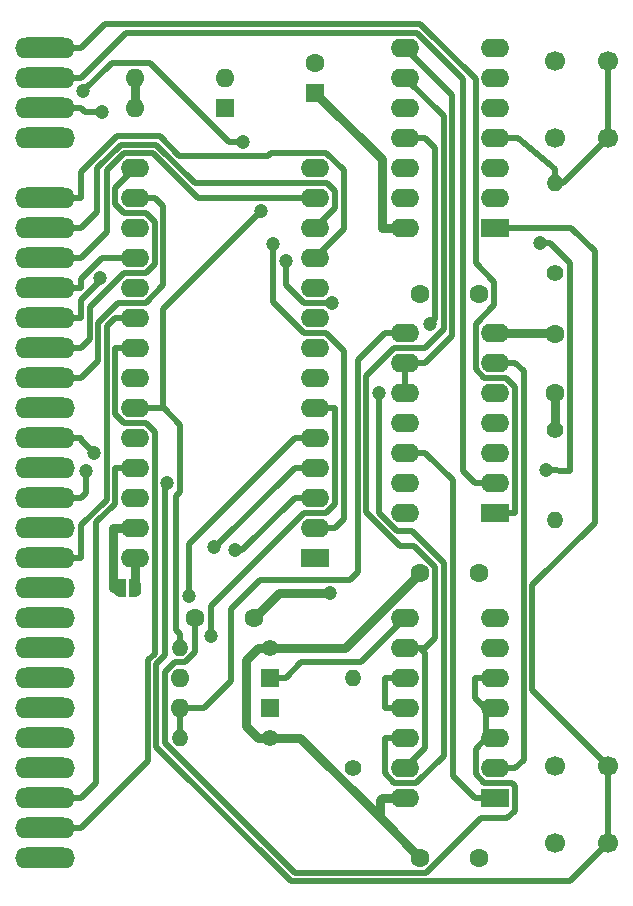
<source format=gtl>
G04 #@! TF.GenerationSoftware,KiCad,Pcbnew,5.0.0-rc3-6a2723a~65~ubuntu18.04.1*
G04 #@! TF.CreationDate,2018-07-22T22:16:49+02:00*
G04 #@! TF.ProjectId,007_mini,3030375F6D696E692E6B696361645F70,rev?*
G04 #@! TF.SameCoordinates,Original*
G04 #@! TF.FileFunction,Copper,L1,Top,Signal*
G04 #@! TF.FilePolarity,Positive*
%FSLAX46Y46*%
G04 Gerber Fmt 4.6, Leading zero omitted, Abs format (unit mm)*
G04 Created by KiCad (PCBNEW 5.0.0-rc3-6a2723a~65~ubuntu18.04.1) date Sun Jul 22 22:16:49 2018*
%MOMM*%
%LPD*%
G01*
G04 APERTURE LIST*
G04 #@! TA.AperFunction,ComponentPad*
%ADD10C,1.700000*%
G04 #@! TD*
G04 #@! TA.AperFunction,ComponentPad*
%ADD11C,1.600000*%
G04 #@! TD*
G04 #@! TA.AperFunction,ComponentPad*
%ADD12R,1.600000X1.600000*%
G04 #@! TD*
G04 #@! TA.AperFunction,ComponentPad*
%ADD13O,1.600000X1.600000*%
G04 #@! TD*
G04 #@! TA.AperFunction,ComponentPad*
%ADD14C,1.400000*%
G04 #@! TD*
G04 #@! TA.AperFunction,ComponentPad*
%ADD15O,1.400000X1.400000*%
G04 #@! TD*
G04 #@! TA.AperFunction,ComponentPad*
%ADD16O,2.400000X1.600000*%
G04 #@! TD*
G04 #@! TA.AperFunction,ComponentPad*
%ADD17R,2.400000X1.600000*%
G04 #@! TD*
G04 #@! TA.AperFunction,ConnectorPad*
%ADD18O,5.080000X1.778000*%
G04 #@! TD*
G04 #@! TA.AperFunction,Conductor*
%ADD19C,0.100000*%
G04 #@! TD*
G04 #@! TA.AperFunction,SMDPad,CuDef*
%ADD20C,1.000000*%
G04 #@! TD*
G04 #@! TA.AperFunction,SMDPad,CuDef*
%ADD21R,0.500000X1.500000*%
G04 #@! TD*
G04 #@! TA.AperFunction,ViaPad*
%ADD22C,1.200000*%
G04 #@! TD*
G04 #@! TA.AperFunction,Conductor*
%ADD23C,0.762000*%
G04 #@! TD*
G04 #@! TA.AperFunction,Conductor*
%ADD24C,0.508000*%
G04 #@! TD*
G04 APERTURE END LIST*
D10*
G04 #@! TO.P,SW1,4*
G04 #@! TO.N,Net-(R4-Pad2)*
X135310000Y-53190000D03*
G04 #@! TO.P,SW1,2*
X135310000Y-59690000D03*
G04 #@! TO.P,SW1,3*
G04 #@! TO.N,GND*
X130810000Y-53190000D03*
G04 #@! TO.P,SW1,1*
X130810000Y-59690000D03*
G04 #@! TD*
D11*
G04 #@! TO.P,C1,1*
G04 #@! TO.N,+5V*
X130810000Y-81280000D03*
G04 #@! TO.P,C1,2*
G04 #@! TO.N,GND*
X130810000Y-76280000D03*
G04 #@! TD*
D12*
G04 #@! TO.P,D1,1*
G04 #@! TO.N,Net-(D1-Pad1)*
X106680000Y-105410000D03*
D13*
G04 #@! TO.P,D1,2*
G04 #@! TO.N,NMI*
X99060000Y-105410000D03*
G04 #@! TD*
G04 #@! TO.P,D2,2*
G04 #@! TO.N,Net-(D2-Pad2)*
X99060000Y-107950000D03*
D12*
G04 #@! TO.P,D2,1*
G04 #@! TO.N,ROMCS*
X106680000Y-107950000D03*
G04 #@! TD*
D14*
G04 #@! TO.P,R1,1*
G04 #@! TO.N,+5V*
X106680000Y-102870000D03*
D15*
G04 #@! TO.P,R1,2*
G04 #@! TO.N,ROMA11*
X99060000Y-102870000D03*
G04 #@! TD*
D14*
G04 #@! TO.P,R2,1*
G04 #@! TO.N,+5V*
X130810000Y-84455000D03*
D15*
G04 #@! TO.P,R2,2*
G04 #@! TO.N,ROMA12*
X130810000Y-92075000D03*
G04 #@! TD*
G04 #@! TO.P,R3,2*
G04 #@! TO.N,Net-(C6-Pad1)*
X113665000Y-105410000D03*
D14*
G04 #@! TO.P,R3,1*
G04 #@! TO.N,Net-(R3-Pad1)*
X113665000Y-113030000D03*
G04 #@! TD*
D10*
G04 #@! TO.P,SW2,1*
G04 #@! TO.N,GND*
X130810000Y-119380000D03*
G04 #@! TO.P,SW2,3*
X130810000Y-112880000D03*
G04 #@! TO.P,SW2,2*
G04 #@! TO.N,RESET*
X135310000Y-119380000D03*
G04 #@! TO.P,SW2,4*
X135310000Y-112880000D03*
G04 #@! TD*
D16*
G04 #@! TO.P,U3,14*
G04 #@! TO.N,+5V*
X118110000Y-115570000D03*
G04 #@! TO.P,U3,7*
G04 #@! TO.N,GND*
X125730000Y-100330000D03*
G04 #@! TO.P,U3,13*
G04 #@! TO.N,Net-(R3-Pad1)*
X118110000Y-113030000D03*
G04 #@! TO.P,U3,6*
G04 #@! TO.N,Net-(U3-Pad10)*
X125730000Y-102870000D03*
G04 #@! TO.P,U3,12*
G04 #@! TO.N,Net-(U1-Pad22)*
X118110000Y-110490000D03*
G04 #@! TO.P,U3,5*
G04 #@! TO.N,Net-(C6-Pad1)*
X125730000Y-105410000D03*
G04 #@! TO.P,U3,11*
G04 #@! TO.N,Net-(U3-Pad10)*
X118110000Y-107950000D03*
G04 #@! TO.P,U3,4*
G04 #@! TO.N,Net-(C6-Pad1)*
X125730000Y-107950000D03*
G04 #@! TO.P,U3,10*
G04 #@! TO.N,Net-(U3-Pad10)*
X118110000Y-105410000D03*
G04 #@! TO.P,U3,3*
G04 #@! TO.N,Net-(C6-Pad1)*
X125730000Y-110490000D03*
G04 #@! TO.P,U3,9*
G04 #@! TO.N,Net-(R3-Pad1)*
X118110000Y-102870000D03*
G04 #@! TO.P,U3,2*
G04 #@! TO.N,Net-(U2-Pad6)*
X125730000Y-113030000D03*
G04 #@! TO.P,U3,8*
G04 #@! TO.N,Net-(D1-Pad1)*
X118110000Y-100330000D03*
D17*
G04 #@! TO.P,U3,1*
G04 #@! TO.N,Net-(U2-Pad12)*
X125730000Y-115570000D03*
G04 #@! TD*
D18*
G04 #@! TO.P,J1,B28*
G04 #@! TO.N,N/C*
X87630000Y-120650000D03*
G04 #@! TO.P,J1,B27*
G04 #@! TO.N,/A10*
X87630000Y-118110000D03*
G04 #@! TO.P,J1,B26*
G04 #@! TO.N,/A8*
X87630000Y-115570000D03*
G04 #@! TO.P,J1,B25*
G04 #@! TO.N,N/C*
X87630000Y-113030000D03*
G04 #@! TO.P,J1,B24*
X87630000Y-110490000D03*
G04 #@! TO.P,J1,B23*
X87630000Y-107950000D03*
G04 #@! TO.P,J1,B22*
X87630000Y-105410000D03*
G04 #@! TO.P,J1,B21*
X87630000Y-102870000D03*
G04 #@! TO.P,J1,B20*
X87630000Y-100330000D03*
G04 #@! TO.P,J1,B19*
X87630000Y-97790000D03*
G04 #@! TO.P,J1,B18*
G04 #@! TO.N,/RD*
X87630000Y-95250000D03*
G04 #@! TO.P,J1,B17*
G04 #@! TO.N,N/C*
X87630000Y-92710000D03*
G04 #@! TO.P,J1,B16*
G04 #@! TO.N,MREQ*
X87630000Y-90170000D03*
G04 #@! TO.P,J1,B15*
G04 #@! TO.N,N/C*
X87630000Y-87630000D03*
G04 #@! TO.P,J1,B14*
G04 #@! TO.N,NMI*
X87630000Y-85090000D03*
G04 #@! TO.P,J1,B13*
G04 #@! TO.N,N/C*
X87630000Y-82550000D03*
G04 #@! TO.P,J1,B12*
G04 #@! TO.N,/D4*
X87630000Y-80010000D03*
G04 #@! TO.P,J1,B11*
G04 #@! TO.N,/D3*
X87630000Y-77470000D03*
G04 #@! TO.P,J1,B10*
G04 #@! TO.N,/D5*
X87630000Y-74930000D03*
G04 #@! TO.P,J1,B9*
G04 #@! TO.N,/D6*
X87630000Y-72390000D03*
G04 #@! TO.P,J1,B8*
G04 #@! TO.N,/D2*
X87630000Y-69850000D03*
G04 #@! TO.P,J1,B7*
G04 #@! TO.N,/D1*
X87630000Y-67310000D03*
G04 #@! TO.P,J1,B6*
G04 #@! TO.N,/D0*
X87630000Y-64770000D03*
G04 #@! TO.P,J1,B4*
G04 #@! TO.N,N/C*
X87630000Y-59690000D03*
G04 #@! TO.P,J1,B3*
G04 #@! TO.N,/D7*
X87630000Y-57150000D03*
G04 #@! TO.P,J1,B2*
G04 #@! TO.N,/A13*
X87630000Y-54610000D03*
G04 #@! TO.P,J1,B1*
G04 #@! TO.N,/A15*
X87630000Y-52070000D03*
G04 #@! TD*
D11*
G04 #@! TO.P,C3,1*
G04 #@! TO.N,+5V*
X124333000Y-72898000D03*
G04 #@! TO.P,C3,2*
G04 #@! TO.N,GND*
X119333000Y-72898000D03*
G04 #@! TD*
G04 #@! TO.P,C4,2*
G04 #@! TO.N,GND*
X124380000Y-96520000D03*
G04 #@! TO.P,C4,1*
G04 #@! TO.N,+5V*
X119380000Y-96520000D03*
G04 #@! TD*
G04 #@! TO.P,C6,1*
G04 #@! TO.N,Net-(C6-Pad1)*
X100330000Y-100330000D03*
G04 #@! TO.P,C6,2*
G04 #@! TO.N,GND*
X105330000Y-100330000D03*
G04 #@! TD*
D14*
G04 #@! TO.P,R4,1*
G04 #@! TO.N,+5V*
X130810000Y-71120000D03*
D15*
G04 #@! TO.P,R4,2*
G04 #@! TO.N,Net-(R4-Pad2)*
X130810000Y-63500000D03*
G04 #@! TD*
G04 #@! TO.P,R5,2*
G04 #@! TO.N,Net-(D2-Pad2)*
X99060000Y-110490000D03*
D14*
G04 #@! TO.P,R5,1*
G04 #@! TO.N,+5V*
X106680000Y-110490000D03*
G04 #@! TD*
D12*
G04 #@! TO.P,SW3,1*
G04 #@! TO.N,ROMA12*
X102870000Y-57150000D03*
D13*
G04 #@! TO.P,SW3,3*
G04 #@! TO.N,GND*
X95250000Y-54610000D03*
G04 #@! TO.P,SW3,2*
G04 #@! TO.N,ROMA11*
X102870000Y-54610000D03*
G04 #@! TO.P,SW3,4*
G04 #@! TO.N,GND*
X95250000Y-57150000D03*
G04 #@! TD*
D17*
G04 #@! TO.P,U5,1*
G04 #@! TO.N,RESET*
X125730000Y-67310000D03*
D16*
G04 #@! TO.P,U5,8*
G04 #@! TO.N,Net-(U2-Pad10)*
X118110000Y-52070000D03*
G04 #@! TO.P,U5,2*
G04 #@! TO.N,N/C*
X125730000Y-64770000D03*
G04 #@! TO.P,U5,9*
G04 #@! TO.N,Net-(R3-Pad1)*
X118110000Y-54610000D03*
G04 #@! TO.P,U5,3*
G04 #@! TO.N,N/C*
X125730000Y-62230000D03*
G04 #@! TO.P,U5,10*
X118110000Y-57150000D03*
G04 #@! TO.P,U5,4*
G04 #@! TO.N,Net-(R4-Pad2)*
X125730000Y-59690000D03*
G04 #@! TO.P,U5,11*
G04 #@! TO.N,MREQ*
X118110000Y-59690000D03*
G04 #@! TO.P,U5,5*
G04 #@! TO.N,Net-(U5-Pad12)*
X125730000Y-57150000D03*
G04 #@! TO.P,U5,12*
X118110000Y-62230000D03*
G04 #@! TO.P,U5,6*
G04 #@! TO.N,N/C*
X125730000Y-54610000D03*
G04 #@! TO.P,U5,13*
G04 #@! TO.N,RESET*
X118110000Y-64770000D03*
G04 #@! TO.P,U5,7*
G04 #@! TO.N,GND*
X125730000Y-52070000D03*
G04 #@! TO.P,U5,14*
G04 #@! TO.N,+5V*
X118110000Y-67310000D03*
G04 #@! TD*
D11*
G04 #@! TO.P,C2,1*
G04 #@! TO.N,+5V*
X119380000Y-120650000D03*
G04 #@! TO.P,C2,2*
G04 #@! TO.N,GND*
X124380000Y-120650000D03*
G04 #@! TD*
D12*
G04 #@! TO.P,C5,1*
G04 #@! TO.N,+5V*
X110490000Y-55880000D03*
D11*
G04 #@! TO.P,C5,2*
G04 #@! TO.N,GND*
X110490000Y-53380000D03*
G04 #@! TD*
D17*
G04 #@! TO.P,U2,1*
G04 #@! TO.N,/A15*
X125730000Y-91440000D03*
D16*
G04 #@! TO.P,U2,8*
G04 #@! TO.N,Net-(D2-Pad2)*
X118110000Y-76200000D03*
G04 #@! TO.P,U2,2*
G04 #@! TO.N,/A13*
X125730000Y-88900000D03*
G04 #@! TO.P,U2,9*
G04 #@! TO.N,Net-(U2-Pad10)*
X118110000Y-78740000D03*
G04 #@! TO.P,U2,3*
G04 #@! TO.N,/A14*
X125730000Y-86360000D03*
G04 #@! TO.P,U2,10*
G04 #@! TO.N,Net-(U2-Pad10)*
X118110000Y-81280000D03*
G04 #@! TO.P,U2,4*
G04 #@! TO.N,/A12*
X125730000Y-83820000D03*
G04 #@! TO.P,U2,11*
G04 #@! TO.N,Net-(U2-Pad10)*
X118110000Y-83820000D03*
G04 #@! TO.P,U2,5*
G04 #@! TO.N,MREQ*
X125730000Y-81280000D03*
G04 #@! TO.P,U2,12*
G04 #@! TO.N,Net-(U2-Pad12)*
X118110000Y-86360000D03*
G04 #@! TO.P,U2,6*
G04 #@! TO.N,Net-(U2-Pad6)*
X125730000Y-78740000D03*
G04 #@! TO.P,U2,13*
G04 #@! TO.N,/A11*
X118110000Y-88900000D03*
G04 #@! TO.P,U2,7*
G04 #@! TO.N,GND*
X125730000Y-76200000D03*
G04 #@! TO.P,U2,14*
G04 #@! TO.N,+5V*
X118110000Y-91440000D03*
G04 #@! TD*
D17*
G04 #@! TO.P,U1,1*
G04 #@! TO.N,N/C*
X110490000Y-95250000D03*
D16*
G04 #@! TO.P,U1,15*
G04 #@! TO.N,/D3*
X95250000Y-62230000D03*
G04 #@! TO.P,U1,2*
G04 #@! TO.N,ROMA12*
X110490000Y-92710000D03*
G04 #@! TO.P,U1,16*
G04 #@! TO.N,/D4*
X95250000Y-64770000D03*
G04 #@! TO.P,U1,3*
G04 #@! TO.N,/A7*
X110490000Y-90170000D03*
G04 #@! TO.P,U1,17*
G04 #@! TO.N,/D5*
X95250000Y-67310000D03*
G04 #@! TO.P,U1,4*
G04 #@! TO.N,/A6*
X110490000Y-87630000D03*
G04 #@! TO.P,U1,18*
G04 #@! TO.N,/D6*
X95250000Y-69850000D03*
G04 #@! TO.P,U1,5*
G04 #@! TO.N,/A5*
X110490000Y-85090000D03*
G04 #@! TO.P,U1,19*
G04 #@! TO.N,/D7*
X95250000Y-72390000D03*
G04 #@! TO.P,U1,6*
G04 #@! TO.N,/A4*
X110490000Y-82550000D03*
G04 #@! TO.P,U1,20*
G04 #@! TO.N,/RD*
X95250000Y-74930000D03*
G04 #@! TO.P,U1,7*
G04 #@! TO.N,/A3*
X110490000Y-80010000D03*
G04 #@! TO.P,U1,21*
G04 #@! TO.N,/A10*
X95250000Y-77470000D03*
G04 #@! TO.P,U1,8*
G04 #@! TO.N,/A2*
X110490000Y-77470000D03*
G04 #@! TO.P,U1,22*
G04 #@! TO.N,Net-(U1-Pad22)*
X95250000Y-80010000D03*
G04 #@! TO.P,U1,9*
G04 #@! TO.N,/A1*
X110490000Y-74930000D03*
G04 #@! TO.P,U1,23*
G04 #@! TO.N,ROMA11*
X95250000Y-82550000D03*
G04 #@! TO.P,U1,10*
G04 #@! TO.N,/A0*
X110490000Y-72390000D03*
G04 #@! TO.P,U1,24*
G04 #@! TO.N,/A9*
X95250000Y-85090000D03*
G04 #@! TO.P,U1,11*
G04 #@! TO.N,/D0*
X110490000Y-69850000D03*
G04 #@! TO.P,U1,25*
G04 #@! TO.N,/A8*
X95250000Y-87630000D03*
G04 #@! TO.P,U1,12*
G04 #@! TO.N,/D1*
X110490000Y-67310000D03*
G04 #@! TO.P,U1,26*
G04 #@! TO.N,N/C*
X95250000Y-90170000D03*
G04 #@! TO.P,U1,13*
G04 #@! TO.N,/D2*
X110490000Y-64770000D03*
G04 #@! TO.P,U1,27*
G04 #@! TO.N,Net-(JP1-Pad2)*
X95250000Y-92710000D03*
G04 #@! TO.P,U1,14*
G04 #@! TO.N,GND*
X110490000Y-62230000D03*
G04 #@! TO.P,U1,28*
G04 #@! TO.N,+5V*
X95250000Y-95250000D03*
G04 #@! TD*
D19*
G04 #@! TO.N,Net-(JP1-Pad2)*
G04 #@! TO.C,JP1*
G36*
X94014010Y-97042408D02*
X94062546Y-97049607D01*
X94110143Y-97061530D01*
X94156343Y-97078060D01*
X94200699Y-97099039D01*
X94242786Y-97124265D01*
X94282198Y-97153495D01*
X94318554Y-97186447D01*
X94351506Y-97222803D01*
X94380736Y-97262215D01*
X94405962Y-97304302D01*
X94426941Y-97348658D01*
X94443471Y-97394858D01*
X94455394Y-97442455D01*
X94462593Y-97490991D01*
X94465001Y-97540000D01*
X94465001Y-98040000D01*
X94462593Y-98089009D01*
X94455394Y-98137545D01*
X94443471Y-98185142D01*
X94426941Y-98231342D01*
X94405962Y-98275698D01*
X94380736Y-98317785D01*
X94351506Y-98357197D01*
X94318554Y-98393553D01*
X94282198Y-98426505D01*
X94242786Y-98455735D01*
X94200699Y-98480961D01*
X94156343Y-98501940D01*
X94110143Y-98518470D01*
X94062546Y-98530393D01*
X94014010Y-98537592D01*
X93965001Y-98540000D01*
X93964999Y-98540000D01*
X93915990Y-98537592D01*
X93867454Y-98530393D01*
X93819857Y-98518470D01*
X93773657Y-98501940D01*
X93729301Y-98480961D01*
X93687214Y-98455735D01*
X93647802Y-98426505D01*
X93611446Y-98393553D01*
X93578494Y-98357197D01*
X93549264Y-98317785D01*
X93524038Y-98275698D01*
X93503059Y-98231342D01*
X93486529Y-98185142D01*
X93474606Y-98137545D01*
X93467407Y-98089009D01*
X93464999Y-98040000D01*
X93464999Y-97540000D01*
X93467407Y-97490991D01*
X93474606Y-97442455D01*
X93486529Y-97394858D01*
X93503059Y-97348658D01*
X93524038Y-97304302D01*
X93549264Y-97262215D01*
X93578494Y-97222803D01*
X93611446Y-97186447D01*
X93647802Y-97153495D01*
X93687214Y-97124265D01*
X93729301Y-97099039D01*
X93773657Y-97078060D01*
X93819857Y-97061530D01*
X93867454Y-97049607D01*
X93915990Y-97042408D01*
X93964999Y-97040000D01*
X93965001Y-97040000D01*
X94014010Y-97042408D01*
X94014010Y-97042408D01*
G37*
D20*
G04 #@! TD*
G04 #@! TO.P,JP1,2*
G04 #@! TO.N,Net-(JP1-Pad2)*
X93965000Y-97790000D03*
D19*
G04 #@! TO.N,+5V*
G04 #@! TO.C,JP1*
G36*
X95314010Y-97042408D02*
X95362546Y-97049607D01*
X95410143Y-97061530D01*
X95456343Y-97078060D01*
X95500699Y-97099039D01*
X95542786Y-97124265D01*
X95582198Y-97153495D01*
X95618554Y-97186447D01*
X95651506Y-97222803D01*
X95680736Y-97262215D01*
X95705962Y-97304302D01*
X95726941Y-97348658D01*
X95743471Y-97394858D01*
X95755394Y-97442455D01*
X95762593Y-97490991D01*
X95765001Y-97540000D01*
X95765001Y-98040000D01*
X95762593Y-98089009D01*
X95755394Y-98137545D01*
X95743471Y-98185142D01*
X95726941Y-98231342D01*
X95705962Y-98275698D01*
X95680736Y-98317785D01*
X95651506Y-98357197D01*
X95618554Y-98393553D01*
X95582198Y-98426505D01*
X95542786Y-98455735D01*
X95500699Y-98480961D01*
X95456343Y-98501940D01*
X95410143Y-98518470D01*
X95362546Y-98530393D01*
X95314010Y-98537592D01*
X95265001Y-98540000D01*
X95264999Y-98540000D01*
X95215990Y-98537592D01*
X95167454Y-98530393D01*
X95119857Y-98518470D01*
X95073657Y-98501940D01*
X95029301Y-98480961D01*
X94987214Y-98455735D01*
X94947802Y-98426505D01*
X94911446Y-98393553D01*
X94878494Y-98357197D01*
X94849264Y-98317785D01*
X94824038Y-98275698D01*
X94803059Y-98231342D01*
X94786529Y-98185142D01*
X94774606Y-98137545D01*
X94767407Y-98089009D01*
X94764999Y-98040000D01*
X94764999Y-97540000D01*
X94767407Y-97490991D01*
X94774606Y-97442455D01*
X94786529Y-97394858D01*
X94803059Y-97348658D01*
X94824038Y-97304302D01*
X94849264Y-97262215D01*
X94878494Y-97222803D01*
X94911446Y-97186447D01*
X94947802Y-97153495D01*
X94987214Y-97124265D01*
X95029301Y-97099039D01*
X95073657Y-97078060D01*
X95119857Y-97061530D01*
X95167454Y-97049607D01*
X95215990Y-97042408D01*
X95264999Y-97040000D01*
X95265001Y-97040000D01*
X95314010Y-97042408D01*
X95314010Y-97042408D01*
G37*
D20*
G04 #@! TD*
G04 #@! TO.P,JP1,1*
G04 #@! TO.N,+5V*
X95265000Y-97790000D03*
D21*
G04 #@! TO.P,JP1,1*
G04 #@! TO.N,+5V*
X95015000Y-97790000D03*
G04 #@! TO.P,JP1,2*
G04 #@! TO.N,Net-(JP1-Pad2)*
X94215000Y-97790000D03*
G04 #@! TD*
D22*
G04 #@! TO.N,GND*
X111760000Y-98258900D03*
G04 #@! TO.N,/D5*
X92288000Y-71567600D03*
G04 #@! TO.N,/D7*
X92489200Y-57481900D03*
X108016200Y-70078000D03*
X111912400Y-73660000D03*
G04 #@! TO.N,/A14*
X130022600Y-87833200D03*
X129540000Y-68580000D03*
G04 #@! TO.N,/A12*
X90861100Y-55754600D03*
X104409000Y-60074300D03*
G04 #@! TO.N,/A7*
X103698000Y-94609600D03*
G04 #@! TO.N,/A6*
X101892000Y-94363800D03*
G04 #@! TO.N,/A5*
X99819000Y-98451400D03*
G04 #@! TO.N,/A4*
X101710000Y-101853000D03*
G04 #@! TO.N,NMI*
X91779000Y-86360100D03*
G04 #@! TO.N,MREQ*
X91109900Y-87866800D03*
X120238000Y-75468800D03*
G04 #@! TO.N,RESET*
X97982000Y-88900100D03*
G04 #@! TO.N,ROMA11*
X105947900Y-65861000D03*
G04 #@! TO.N,ROMA12*
X106961900Y-68715200D03*
G04 #@! TO.N,Net-(U1-Pad22)*
X115899000Y-81280000D03*
G04 #@! TD*
D23*
G04 #@! TO.N,GND*
X95250000Y-54610000D02*
X95250000Y-57150000D01*
X109696000Y-98258900D02*
X107401000Y-98258900D01*
X107401000Y-98258900D02*
X105330000Y-100330000D01*
X130730000Y-76200000D02*
X130810000Y-76280000D01*
X125730000Y-76200000D02*
X130730000Y-76200000D01*
X107401100Y-98258900D02*
X105330000Y-100330000D01*
X111760000Y-98258900D02*
X107401100Y-98258900D01*
D24*
G04 #@! TO.N,/D3*
X95250000Y-62230000D02*
X93583500Y-63896500D01*
X93583500Y-63896500D02*
X93583500Y-65278100D01*
X93583500Y-65278100D02*
X94345400Y-66040000D01*
X94345400Y-66040000D02*
X96184700Y-66040000D01*
X96184700Y-66040000D02*
X96921000Y-66776300D01*
X96921000Y-66776300D02*
X96921000Y-70380800D01*
X96921000Y-70380800D02*
X96181800Y-71120000D01*
X96181800Y-71120000D02*
X94335700Y-71120000D01*
X94335700Y-71120000D02*
X91416500Y-74039200D01*
X91416500Y-74039200D02*
X91416500Y-76731500D01*
X91416500Y-76731500D02*
X90678000Y-77470000D01*
X90678000Y-77470000D02*
X87630000Y-77470000D01*
G04 #@! TO.N,/D4*
X95250000Y-64770000D02*
X96958000Y-64770000D01*
X96958000Y-64770000D02*
X97651000Y-65463200D01*
X97651000Y-65463200D02*
X97651000Y-72168300D01*
X97651000Y-72168300D02*
X96150100Y-73669400D01*
X96150100Y-73669400D02*
X93781500Y-73669400D01*
X93781500Y-73669400D02*
X92124900Y-75326000D01*
X92124900Y-75326000D02*
X92124900Y-78563100D01*
X92124900Y-78563100D02*
X90678000Y-80010000D01*
X90678000Y-80010000D02*
X87630000Y-80010000D01*
G04 #@! TO.N,/D5*
X92288000Y-71567600D02*
X92288000Y-71803000D01*
X92288000Y-71803000D02*
X90678000Y-73413000D01*
X90678000Y-73413000D02*
X90678000Y-74930000D01*
X90678000Y-74930000D02*
X87630000Y-74930000D01*
G04 #@! TO.N,/D6*
X87630000Y-72390000D02*
X90678000Y-72390000D01*
X90678000Y-72390000D02*
X90678000Y-71662600D01*
X90678000Y-71662600D02*
X92490600Y-69850000D01*
X92490600Y-69850000D02*
X95250000Y-69850000D01*
G04 #@! TO.N,/D7*
X92489200Y-57481900D02*
X91009900Y-57481900D01*
X91009900Y-57481900D02*
X90678000Y-57150000D01*
X111912400Y-73660000D02*
X109526200Y-73660000D01*
X109526200Y-73660000D02*
X108016200Y-72150000D01*
X108016200Y-72150000D02*
X108016200Y-70078000D01*
X87630000Y-57150000D02*
X90678000Y-57150000D01*
G04 #@! TO.N,/D0*
X87630000Y-64770000D02*
X90678000Y-64770000D01*
X90678000Y-64770000D02*
X90678000Y-62621900D01*
X90678000Y-62621900D02*
X93748600Y-59551300D01*
X93748600Y-59551300D02*
X97340000Y-59551300D01*
X97340000Y-59551300D02*
X98993000Y-61204500D01*
X98993000Y-61204500D02*
X106501000Y-61204500D01*
X106501000Y-61204500D02*
X106752000Y-60953900D01*
X106752000Y-60953900D02*
X111443000Y-60953900D01*
X111443000Y-60953900D02*
X112899000Y-62410300D01*
X112899000Y-62410300D02*
X112899000Y-67440900D01*
X112899000Y-67440900D02*
X110490000Y-69850000D01*
G04 #@! TO.N,/D1*
X87630000Y-67310000D02*
X90678000Y-67310000D01*
X90678000Y-67310000D02*
X92026700Y-65961300D01*
X92026700Y-65961300D02*
X92026700Y-62274900D01*
X92026700Y-62274900D02*
X94042000Y-60259600D01*
X94042000Y-60259600D02*
X97046000Y-60259600D01*
X97046000Y-60259600D02*
X100286000Y-63500000D01*
X100286000Y-63500000D02*
X111467000Y-63500000D01*
X111467000Y-63500000D02*
X112191000Y-64224000D01*
X112191000Y-64224000D02*
X112191000Y-65609200D01*
X112191000Y-65609200D02*
X110490000Y-67310000D01*
G04 #@! TO.N,/D2*
X110490000Y-64770000D02*
X100555000Y-64770000D01*
X100555000Y-64770000D02*
X96753000Y-60968000D01*
X96753000Y-60968000D02*
X94335500Y-60968000D01*
X94335500Y-60968000D02*
X92859500Y-62444000D01*
X92859500Y-62444000D02*
X92859500Y-67668500D01*
X92859500Y-67668500D02*
X90678000Y-69850000D01*
X90678000Y-69850000D02*
X87630000Y-69850000D01*
G04 #@! TO.N,Net-(D1-Pad1)*
X106680000Y-105410000D02*
X107988000Y-105410000D01*
X107988000Y-105410000D02*
X109296000Y-104102000D01*
X109296000Y-104102000D02*
X114338000Y-104102000D01*
X114338000Y-104102000D02*
X118110000Y-100330000D01*
G04 #@! TO.N,Net-(D2-Pad2)*
X99060000Y-110490000D02*
X99060000Y-107950000D01*
X116402000Y-76200000D02*
X118110000Y-76200000D01*
X114119000Y-96447000D02*
X114119000Y-78483200D01*
X99060000Y-107950000D02*
X101092000Y-107950000D01*
X114119000Y-78483200D02*
X116402000Y-76200000D01*
X101092000Y-107950000D02*
X103378000Y-105664000D01*
X103378000Y-105664000D02*
X103378000Y-99568000D01*
X103378000Y-99568000D02*
X105791000Y-97155000D01*
X105791000Y-97155000D02*
X113411000Y-97155000D01*
X113411000Y-97155000D02*
X114119000Y-96447000D01*
D23*
G04 #@! TO.N,+5V*
X130810000Y-84455000D02*
X130810000Y-81280000D01*
X119380000Y-96520000D02*
X113030000Y-102870000D01*
X113030000Y-102870000D02*
X106680000Y-102870000D01*
X109220000Y-110490000D02*
X106680000Y-110490000D01*
X116113000Y-61503400D02*
X110490000Y-55880000D01*
X95250000Y-97775000D02*
X95265000Y-97790000D01*
X95250000Y-95250000D02*
X95250000Y-97775000D01*
X116148000Y-67310000D02*
X116113000Y-67310000D01*
X118110000Y-67310000D02*
X116148000Y-67310000D01*
X116113000Y-67310000D02*
X116113000Y-61503400D01*
X116148000Y-115570000D02*
X115951000Y-115767000D01*
X118110000Y-115570000D02*
X116148000Y-115570000D01*
X115951000Y-115767000D02*
X115951000Y-117221000D01*
X119380000Y-120650000D02*
X115951000Y-117221000D01*
X115951000Y-117221000D02*
X109220000Y-110490000D01*
X105664000Y-110490000D02*
X106680000Y-110490000D01*
X105690051Y-102870000D02*
X105664000Y-102896051D01*
X105637949Y-102896051D02*
X104648000Y-103886000D01*
X105664000Y-102896051D02*
X105637949Y-102896051D01*
X106680000Y-102870000D02*
X105690051Y-102870000D01*
X104648000Y-103886000D02*
X104648000Y-109474000D01*
X104648000Y-109474000D02*
X105664000Y-110490000D01*
D24*
G04 #@! TO.N,/A14*
X130022600Y-87833200D02*
X132092700Y-87858600D01*
X130388528Y-68580000D02*
X132102782Y-70294254D01*
X129540000Y-68580000D02*
X130388528Y-68580000D01*
X132102782Y-70294254D02*
X132102782Y-71120000D01*
X132092700Y-87858600D02*
X132102782Y-71120000D01*
G04 #@! TO.N,/A15*
X125730000Y-91440000D02*
X127438000Y-91440000D01*
X127438000Y-91440000D02*
X127438000Y-80806600D01*
X127438000Y-80806600D02*
X126641000Y-80010000D01*
X126641000Y-80010000D02*
X124797000Y-80010000D01*
X124797000Y-80010000D02*
X124076000Y-79288400D01*
X124076000Y-79288400D02*
X124076000Y-75424000D01*
X124076000Y-75424000D02*
X125658000Y-73842000D01*
X125658000Y-73842000D02*
X125658000Y-71893400D01*
X125658000Y-71893400D02*
X124076000Y-70311400D01*
X124076000Y-70311400D02*
X124076000Y-54738700D01*
X124076000Y-54738700D02*
X119396000Y-50059400D01*
X119396000Y-50059400D02*
X92688600Y-50059400D01*
X92688600Y-50059400D02*
X90678000Y-52070000D01*
X90678000Y-52070000D02*
X87630000Y-52070000D01*
G04 #@! TO.N,/A12*
X90861100Y-55754600D02*
X93285700Y-53330000D01*
X93285700Y-53330000D02*
X96478900Y-53330000D01*
X96478900Y-53330000D02*
X103223200Y-60074300D01*
X103223200Y-60074300D02*
X104409000Y-60074300D01*
G04 #@! TO.N,/A13*
X125730000Y-88900000D02*
X124022000Y-88900000D01*
X124022000Y-88900000D02*
X122999000Y-87876900D01*
X122999000Y-87876900D02*
X122999000Y-54735000D01*
X122999000Y-54735000D02*
X119077000Y-50813400D01*
X119077000Y-50813400D02*
X94474600Y-50813400D01*
X94474600Y-50813400D02*
X90678000Y-54610000D01*
X90678000Y-54610000D02*
X87630000Y-54610000D01*
G04 #@! TO.N,/A7*
X110490000Y-90170000D02*
X108782000Y-90170000D01*
X108782000Y-90170000D02*
X104342000Y-94609600D01*
X104342000Y-94609600D02*
X103698000Y-94609600D01*
G04 #@! TO.N,/A6*
X110490000Y-87630000D02*
X108782000Y-87630000D01*
X108782000Y-87630000D02*
X102048000Y-94363800D01*
X102048000Y-94363800D02*
X101892000Y-94363800D01*
G04 #@! TO.N,/A5*
X110490000Y-85090000D02*
X108782000Y-85090000D01*
X108782000Y-85090000D02*
X99819000Y-94052700D01*
X99819000Y-94052700D02*
X99819000Y-98451400D01*
G04 #@! TO.N,/A4*
X110490000Y-82550000D02*
X112198000Y-82550000D01*
X112198000Y-82550000D02*
X112198000Y-90682900D01*
X112198000Y-90682900D02*
X111441000Y-91440000D01*
X111441000Y-91440000D02*
X109580000Y-91440000D01*
X109580000Y-91440000D02*
X101710000Y-99309300D01*
X101710000Y-99309300D02*
X101710000Y-101853000D01*
G04 #@! TO.N,/A10*
X87630000Y-118110000D02*
X90678000Y-118110000D01*
X90678000Y-118110000D02*
X96347000Y-112441000D01*
X96347000Y-112441000D02*
X96347000Y-103923000D01*
X96347000Y-103923000D02*
X96904000Y-103366000D01*
X96904000Y-103366000D02*
X96904000Y-84564100D01*
X96904000Y-84564100D02*
X96160300Y-83820000D01*
X96160300Y-83820000D02*
X94319800Y-83820000D01*
X94319800Y-83820000D02*
X93542000Y-83042200D01*
X93542000Y-83042200D02*
X93542000Y-77470000D01*
X93542000Y-77470000D02*
X95250000Y-77470000D01*
G04 #@! TO.N,/RD*
X87630000Y-95250000D02*
X90678000Y-95250000D01*
X90678000Y-95250000D02*
X90678000Y-92489200D01*
X90678000Y-92489200D02*
X92833300Y-90333900D01*
X92833300Y-90333900D02*
X92833300Y-75638700D01*
X92833300Y-75638700D02*
X93542000Y-74930000D01*
X93542000Y-74930000D02*
X95250000Y-74930000D01*
G04 #@! TO.N,NMI*
X87630000Y-85090000D02*
X90678000Y-85090000D01*
X90678000Y-85090000D02*
X90678000Y-85259100D01*
X90678000Y-85259100D02*
X91779000Y-86360100D01*
G04 #@! TO.N,MREQ*
X87630000Y-90170000D02*
X90678000Y-90170000D01*
X90678000Y-90170000D02*
X91109900Y-89738100D01*
X91109900Y-89738100D02*
X91109900Y-87866800D01*
X118110000Y-59690000D02*
X119818000Y-59690000D01*
X119818000Y-59690000D02*
X120652000Y-60524400D01*
X120652000Y-60524400D02*
X120652000Y-75054900D01*
X120652000Y-75054900D02*
X120238000Y-75468800D01*
G04 #@! TO.N,RESET*
X97982000Y-88900100D02*
X97764000Y-89118400D01*
X97764000Y-89118400D02*
X97764000Y-103508000D01*
X97764000Y-103508000D02*
X97056000Y-104216000D01*
X97056000Y-104216000D02*
X97056000Y-111265000D01*
X97056000Y-111265000D02*
X108434000Y-122643000D01*
X108434000Y-122643000D02*
X120446000Y-122643000D01*
X132047000Y-122643000D02*
X135310000Y-119380000D01*
X120446000Y-122643000D02*
X132047000Y-122643000D01*
X135310000Y-112880000D02*
X135310000Y-119380000D01*
X128865000Y-106435000D02*
X135310000Y-112880000D01*
X128865000Y-97576000D02*
X128865000Y-106435000D01*
X134175500Y-92265500D02*
X128865000Y-97576000D01*
X134175500Y-69303900D02*
X134175500Y-92265500D01*
X125730000Y-67310000D02*
X132181600Y-67310000D01*
X132181600Y-67310000D02*
X134175500Y-69303900D01*
G04 #@! TO.N,Net-(C6-Pad1)*
X124978000Y-107950000D02*
X124876000Y-107950000D01*
X124876000Y-107950000D02*
X124022000Y-107096000D01*
X124022000Y-107096000D02*
X124022000Y-105410000D01*
X124022000Y-105410000D02*
X125730000Y-105410000D01*
X124978000Y-110490000D02*
X124978000Y-107950000D01*
X125730000Y-107950000D02*
X124978000Y-107950000D01*
X125730000Y-110490000D02*
X124978000Y-110490000D01*
X124978000Y-110490000D02*
X124076000Y-111392000D01*
X124076000Y-111392000D02*
X124076000Y-113576000D01*
X124076000Y-113576000D02*
X124815000Y-114316000D01*
X124815000Y-114316000D02*
X127167000Y-114316000D01*
X127167000Y-114316000D02*
X127385000Y-114534000D01*
X127385000Y-114534000D02*
X127385000Y-116640000D01*
X127385000Y-116640000D02*
X126725000Y-117300000D01*
X126725000Y-117300000D02*
X124522000Y-117300000D01*
X124522000Y-117300000D02*
X119887000Y-121935000D01*
X119887000Y-121935000D02*
X108795000Y-121935000D01*
X108795000Y-121935000D02*
X97764000Y-110903000D01*
X97764000Y-110903000D02*
X97764000Y-104898000D01*
X97764000Y-104898000D02*
X98592000Y-104069000D01*
X98592000Y-104069000D02*
X99507000Y-104069000D01*
X99507000Y-104069000D02*
X100330000Y-103246000D01*
X100330000Y-103246000D02*
X100330000Y-100330000D01*
G04 #@! TO.N,ROMA11*
X97590600Y-82588500D02*
X97680000Y-82590000D01*
X97680000Y-82590000D02*
X99049000Y-83979900D01*
X99049000Y-83979900D02*
X99049000Y-89670000D01*
X99049000Y-89670000D02*
X98721000Y-89998800D01*
X98721000Y-89998800D02*
X98721000Y-101323000D01*
X98721000Y-101323000D02*
X99060000Y-101662000D01*
X99060000Y-101662000D02*
X99060000Y-102870000D01*
X95250000Y-82550000D02*
X97590600Y-82588500D01*
X105947900Y-65861000D02*
X97590600Y-74218300D01*
X97590600Y-74218300D02*
X97590600Y-82588500D01*
G04 #@! TO.N,ROMA12*
X112198000Y-92710000D02*
X112923400Y-91984600D01*
X112923400Y-91984600D02*
X112923400Y-77729200D01*
X112923400Y-77729200D02*
X111394200Y-76200000D01*
X111394200Y-76200000D02*
X109555200Y-76200000D01*
X109555200Y-76200000D02*
X106961900Y-73606700D01*
X106961900Y-73606700D02*
X106961900Y-68715200D01*
X110490000Y-92710000D02*
X112198000Y-92710000D01*
G04 #@! TO.N,Net-(R3-Pad1)*
X118110000Y-102870000D02*
X119350000Y-102870000D01*
X119350000Y-102870000D02*
X119818000Y-102870000D01*
X119818000Y-102870000D02*
X120658000Y-102030000D01*
X120658000Y-102030000D02*
X120658000Y-96019800D01*
X120658000Y-96019800D02*
X118852000Y-94213800D01*
X118852000Y-94213800D02*
X117697000Y-94213800D01*
X117697000Y-94213800D02*
X114827000Y-91343700D01*
X114827000Y-91343700D02*
X114827000Y-79845100D01*
X114827000Y-79845100D02*
X117202000Y-77470000D01*
X117202000Y-77470000D02*
X119779000Y-77470000D01*
X119779000Y-77470000D02*
X121378000Y-75871300D01*
X121378000Y-75871300D02*
X121378000Y-57878000D01*
X121378000Y-57878000D02*
X118110000Y-54610000D01*
X119350000Y-102870000D02*
X119795000Y-103315000D01*
X119795000Y-103315000D02*
X119795000Y-111345000D01*
X119795000Y-111345000D02*
X118110000Y-113030000D01*
G04 #@! TO.N,Net-(R4-Pad2)*
X127000000Y-59690000D02*
X127017000Y-59690000D01*
X127000000Y-59690000D02*
X126584000Y-59690000D01*
X126584000Y-59690000D02*
X126567000Y-59690000D01*
X126567000Y-59690000D02*
X126584000Y-59690000D01*
X125730000Y-59690000D02*
X126567000Y-59690000D01*
X127635000Y-59690000D02*
X130810000Y-62292000D01*
X130810000Y-62292000D02*
X130810000Y-63500000D01*
X135310000Y-54392081D02*
X135310000Y-59690000D01*
X135310000Y-53190000D02*
X135310000Y-54392081D01*
X131500000Y-63500000D02*
X130810000Y-63500000D01*
X135310000Y-59690000D02*
X131500000Y-63500000D01*
X127635000Y-59690000D02*
X127017000Y-59690000D01*
G04 #@! TO.N,Net-(U2-Pad6)*
X125730000Y-78740000D02*
X127438000Y-78740000D01*
X127438000Y-78740000D02*
X128146000Y-79448300D01*
X128146000Y-79448300D02*
X128146000Y-112322000D01*
X128146000Y-112322000D02*
X127438000Y-113030000D01*
X127438000Y-113030000D02*
X125730000Y-113030000D01*
G04 #@! TO.N,Net-(U2-Pad12)*
X118110000Y-86360000D02*
X119818000Y-86360000D01*
X119818000Y-86360000D02*
X122132000Y-88674400D01*
X122132000Y-88674400D02*
X122132000Y-113680000D01*
X122132000Y-113680000D02*
X124022000Y-115570000D01*
X124022000Y-115570000D02*
X125730000Y-115570000D01*
G04 #@! TO.N,Net-(U2-Pad10)*
X118110000Y-81280000D02*
X118110000Y-78740000D01*
X118110000Y-78740000D02*
X119818000Y-78740000D01*
X119818000Y-78740000D02*
X122091000Y-76466800D01*
X122091000Y-76466800D02*
X122091000Y-56051200D01*
X122091000Y-56051200D02*
X118110000Y-52070000D01*
G04 #@! TO.N,Net-(U3-Pad10)*
X118110000Y-105410000D02*
X116402000Y-105410000D01*
X116402000Y-105410000D02*
X116402000Y-107950000D01*
X116402000Y-107950000D02*
X118110000Y-107950000D01*
G04 #@! TO.N,/A8*
X95250000Y-87630000D02*
X93542000Y-87630000D01*
X93542000Y-87630000D02*
X93542000Y-90660000D01*
X93542000Y-90660000D02*
X91979400Y-92222600D01*
X91979400Y-92222600D02*
X91979400Y-114269000D01*
X91979400Y-114269000D02*
X90678000Y-115570000D01*
X90678000Y-115570000D02*
X87630000Y-115570000D01*
G04 #@! TO.N,Net-(U1-Pad22)*
X118110000Y-110490000D02*
X116402000Y-110490000D01*
X116402000Y-110490000D02*
X116402000Y-113498000D01*
X116402000Y-113498000D02*
X117204000Y-114300000D01*
X117204000Y-114300000D02*
X119050000Y-114300000D01*
X119050000Y-114300000D02*
X121366000Y-111984000D01*
X121366000Y-111984000D02*
X121366000Y-95652200D01*
X121366000Y-95652200D02*
X118669000Y-92954800D01*
X118669000Y-92954800D02*
X117443000Y-92954800D01*
X117443000Y-92954800D02*
X115899000Y-91411000D01*
X115899000Y-91411000D02*
X115899000Y-81280000D01*
D23*
G04 #@! TO.N,Net-(JP1-Pad2)*
X93415000Y-95250000D02*
X93415000Y-92710000D01*
X93415000Y-92710000D02*
X95250000Y-92710000D01*
X93408500Y-97777300D02*
X93408500Y-95237300D01*
D24*
X93421200Y-97790000D02*
X93408500Y-97777300D01*
X94215000Y-97790000D02*
X93421200Y-97790000D01*
G04 #@! TD*
M02*

</source>
